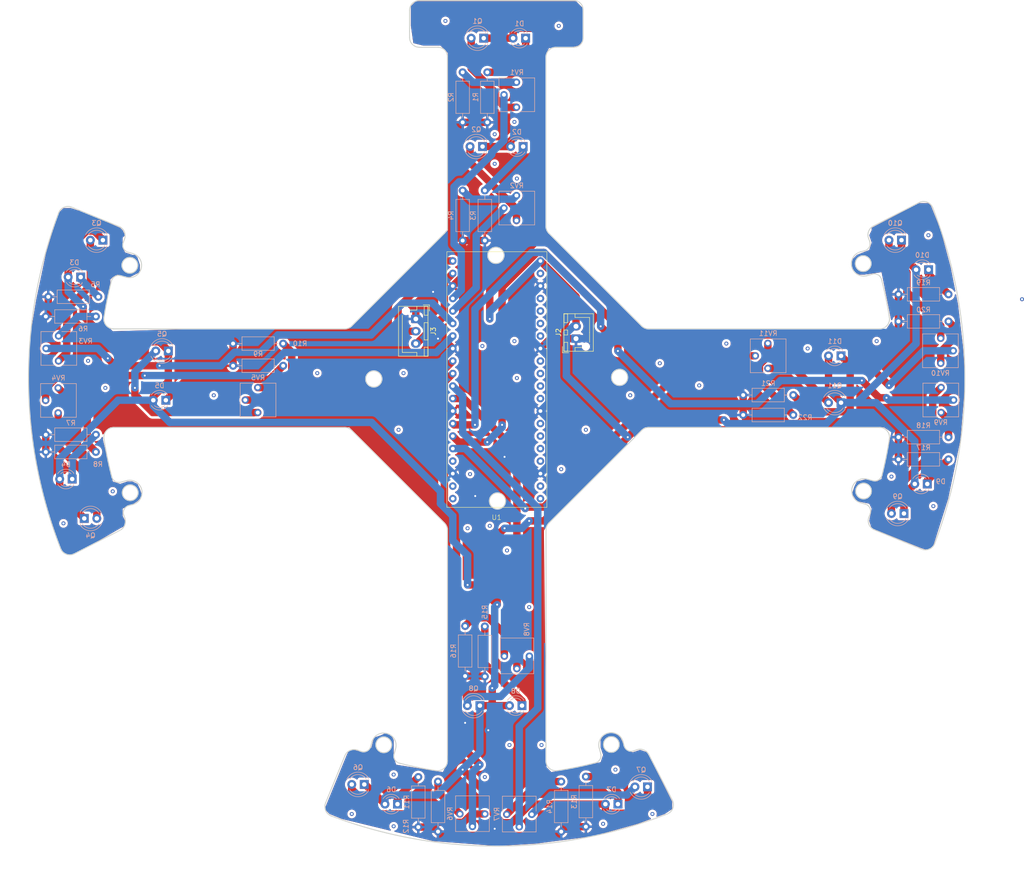
<source format=kicad_pcb>
(kicad_pcb (version 20221018) (generator pcbnew)
  (layers (0 "F.Cu" signal) (31 "B.Cu" signal) (34 "B.Paste" user) (35 "F.Paste" user) (36 "B.SilkS" user "B.Silkscreen") (37 "F.SilkS" user "F.Silkscreen") (38 "B.Mask" user) (39 "F.Mask" user) (44 "Edge.Cuts" user))
  (net 0 "")
  (net 1 "Net-(D1-K)")
  (net 2 "5V")
  (net 3 "Net-(D2-K)")
  (net 4 "Net-(D3-K)")
  (net 5 "Net-(D4-K)")
  (net 6 "Net-(D5-K)")
  (net 7 "Net-(D6-K)")
  (net 8 "Net-(D7-K)")
  (net 9 "Net-(D8-K)")
  (net 10 "Net-(D9-K)")
  (net 11 "Net-(D10-K)")
  (net 12 "Net-(D11-K)")
  (net 13 "GND")
  (net 14 "TX")
  (net 15 "RX")
  (net 16 "Net-(Q1-E)")
  (net 17 "Net-(Q2-E)")
  (net 18 "Net-(Q3-E)")
  (net 19 "Net-(Q4-E)")
  (net 20 "Net-(Q5-E)")
  (net 21 "Net-(Q6-E)")
  (net 22 "Net-(Q7-E)")
  (net 23 "Net-(Q8-E)")
  (net 24 "Net-(Q9-E)")
  (net 25 "Net-(Q10-E)")
  (net 26 "Net-(Q11-E)")
  (net 27 "Net-(R2-Pad1)")
  (net 28 "Net-(R4-Pad1)")
  (net 29 "Net-(R6-Pad1)")
  (net 30 "Net-(R8-Pad1)")
  (net 31 "Net-(R10-Pad1)")
  (net 32 "Net-(R12-Pad1)")
  (net 33 "Net-(R14-Pad1)")
  (net 34 "Net-(R16-Pad1)")
  (net 35 "Net-(R18-Pad1)")
  (net 36 "Net-(R20-Pad1)")
  (net 37 "Net-(R22-Pad1)")
  (net 38 "1")
  (net 39 "2")
  (net 40 "3")
  (net 41 "4")
  (net 42 "5")
  (net 43 "6")
  (net 44 "7")
  (net 45 "8")
  (net 46 "9")
  (net 47 "10")
  (net 48 "11")
  (footprint "Connector_JST:JST_XH_B3B-XH-AM_1x03_P2.50mm_Vertical" (layer "F.Cu") (at 98 83.5 -90)
    (fp_text reference "J3")
    (fp_text value "Conn_01x03_Socket")
  )
  (footprint "raspberry pi pico:RP pico" (layer "F.Cu") (at 114.39 95.85)
    (fp_text reference "U1")
    (fp_text value "~")
  )
  (footprint "Connector_JST:JST_XH_B2B-XH-AM_1x02_P2.50mm_Vertical" (layer "F.Cu") (at 130.5 87.5 90)
    (fp_text reference "J2")
    (fp_text value "Conn_01x02_Socket")
  )
  (footprint "Potentiometer_THT:Potentiometer_Vishay_T73YP_Vertical" (layer "B.Cu") (at 65.925 102.5 180)
    (fp_text reference "RV5")
    (fp_text value "R_Potentiometer_Dual_Separate")
  )
  (footprint "LED_THT:LED_D3.0mm_Clear" (layer "B.Cu") (at 28.275 116 180)
    (fp_text reference "D4")
    (fp_text value "LED")
  )
  (footprint "LED_THT:LED_D3.0mm_Clear" (layer "B.Cu") (at 202.04 73.5 180)
    (fp_text reference "D10")
    (fp_text value "LED")
  )
  (footprint "LED_THT:LED_D3.0mm_Clear" (layer "B.Cu") (at 184.275 91 180)
    (fp_text reference "D11")
    (fp_text value "LED")
  )
  (footprint "Potentiometer_THT:Potentiometer_Vishay_T73YP_Vertical" (layer "B.Cu") (at 118.425 40.525 180)
    (fp_text reference "RV1")
    (fp_text value "R_Potentiometer_Dual_Separate")
  )
  (footprint "LED_THT:LED_D4.0mm" (layer "B.Cu") (at 184.275 100.5 180)
    (fp_text reference "Q11")
    (fp_text value "Q_Photo_NPN")
  )
  (footprint "LED_THT:LED_D4.0mm" (layer "B.Cu") (at 111.775 26.5 180)
    (fp_text reference "Q1")
    (fp_text value "Q_Photo_NPN")
  )
  (footprint "LED_THT:LED_D4.0mm" (layer "B.Cu") (at 30.725 124)
    (fp_text reference "Q4")
    (fp_text value "Q_Photo_NPN")
  )
  (footprint "LED_THT:LED_D3.0mm_Clear" (layer "B.Cu") (at 47.275 100 180)
    (fp_text reference "D5")
    (fp_text value "LED")
  )
  (footprint "Potentiometer_THT:Potentiometer_Vishay_T73YP_Vertical" (layer "B.Cu") (at 25.5 92.025 180)
    (fp_text reference "RV3")
    (fp_text value "R_Potentiometer_Dual_Separate")
  )
  (footprint "LED_THT:LED_D3.0mm_Clear" (layer "B.Cu") (at 120.275 26.5 180)
    (fp_text reference "D1")
    (fp_text value "LED")
  )
  (footprint "LED_THT:LED_D3.0mm_Clear" (layer "B.Cu") (at 119.775 48.5 180)
    (fp_text reference "D2")
    (fp_text value "LED")
  )
  (footprint "Resistor_THT:R_Axial_DIN0207_L6.3mm_D2.5mm_P10.16mm_Horizontal" (layer "B.Cu") (at 98.5 176.5 -90)
    (fp_text reference "R11")
    (fp_text value "R")
  )
  (footprint "Potentiometer_THT:Potentiometer_Vishay_T73YP_Vertical" (layer "B.Cu") (at 112.025 184 -90)
    (fp_text reference "RV6")
    (fp_text value "R_Potentiometer_Dual_Separate")
  )
  (footprint "LED_THT:LED_D3.0mm_Clear" (layer "B.Cu") (at 119.54 162 180)
    (fp_text reference "D8")
    (fp_text value "LED")
  )
  (footprint "Potentiometer_THT:Potentiometer_Vishay_T73YP_Vertical" (layer "B.Cu") (at 169.425 93.525 180)
    (fp_text reference "RV11")
    (fp_text value "R_Potentiometer_Dual_Separate")
  )
  (footprint "Resistor_THT:R_Axial_DIN0207_L6.3mm_D2.5mm_P10.16mm_Horizontal" (layer "B.Cu") (at 33.08 83 180)
    (fp_text reference "R6")
    (fp_text value "R")
  )
  (footprint "Resistor_THT:R_Axial_DIN0207_L6.3mm_D2.5mm_P10.16mm_Horizontal" (layer "B.Cu") (at 71.08 93 180)
    (fp_text reference "R9")
    (fp_text value "R")
  )
  (footprint "Resistor_THT:R_Axial_DIN0207_L6.3mm_D2.5mm_P10.16mm_Horizontal" (layer "B.Cu") (at 112 57.42 -90)
    (fp_text reference "R3")
    (fp_text value "R")
  )
  (footprint "Resistor_THT:R_Axial_DIN0207_L6.3mm_D2.5mm_P10.16mm_Horizontal" (layer "B.Cu") (at 206.08 78.5 180)
    (fp_text reference "R19")
    (fp_text value "R")
  )
  (footprint "LED_THT:LED_D4.0mm" (layer "B.Cu") (at 197.04 123 180)
    (fp_text reference "Q9")
    (fp_text value "Q_Photo_NPN")
  )
  (footprint "Potentiometer_THT:Potentiometer_Vishay_T73YP_Vertical" (layer "B.Cu") (at 121.525 184.075 -90)
    (fp_text reference "RV7")
    (fp_text value "R_Potentiometer_Dual_Separate")
  )
  (footprint "Potentiometer_THT:Potentiometer_Vishay_T73YP_Vertical" (layer "B.Cu") (at 25.425 102.58 180)
    (fp_text reference "RV4")
    (fp_text value "R_Potentiometer_Dual_Separate")
  )
  (footprint "Resistor_THT:R_Axial_DIN0207_L6.3mm_D2.5mm_P10.16mm_Horizontal" (layer "B.Cu") (at 112 145.92 -90)
    (fp_text reference "R15")
    (fp_text value "R")
  )
  (footprint "Resistor_THT:R_Axial_DIN0207_L6.3mm_D2.5mm_P10.16mm_Horizontal" (layer "B.Cu") (at 127.5 177.42 -90)
    (fp_text reference "R14")
    (fp_text value "R")
  )
  (footprint "Resistor_THT:R_Axial_DIN0207_L6.3mm_D2.5mm_P10.16mm_Horizontal" (layer "B.Cu") (at 174.58 103 180)
    (fp_text reference "R22")
    (fp_text value "R")
  )
  (footprint "Resistor_THT:R_Axial_DIN0207_L6.3mm_D2.5mm_P10.16mm_Horizontal" (layer "B.Cu") (at 71.08 88.5 180)
    (fp_text reference "R10")
    (fp_text value "R")
  )
  (footprint "Resistor_THT:R_Axial_DIN0207_L6.3mm_D2.5mm_P10.16mm_Horizontal" (layer "B.Cu") (at 112.5 33.42 -90)
    (fp_text reference "R1")
    (fp_text value "R")
  )
  (footprint "LED_THT:LED_D3.0mm_Clear" (layer "B.Cu") (at 201.775 117 180)
    (fp_text reference "D9")
    (fp_text value "LED")
  )
  (footprint "LED_THT:LED_D4.0mm" (layer "B.Cu") (at 111.54 48.5 180)
    (fp_text reference "Q2")
    (fp_text value "Q_Photo_NPN")
  )
  (footprint "LED_THT:LED_D4.0mm" (layer "B.Cu") (at 196.54 67.5 180)
    (fp_text reference "Q10")
    (fp_text value "Q_Photo_NPN")
  )
  (footprint "LED_THT:LED_D4.0mm" (layer "B.Cu") (at 47.775 90 180)
    (fp_text reference "Q5")
    (fp_text value "Q_Photo_NPN")
  )
  (footprint "Resistor_THT:R_Axial_DIN0207_L6.3mm_D2.5mm_P10.16mm_Horizontal" (layer "B.Cu") (at 102.5 177.42 -90)
    (fp_text reference "R12")
    (fp_text value "R")
  )
  (footprint "Potentiometer_THT:Potentiometer_Vishay_T73YP_Vertical" (layer "B.Cu") (at 204.5 87.42)
    (fp_text reference "RV10")
    (fp_text value "R_Potentiometer_Dual_Separate")
  )
  (footprint "LED_THT:LED_D4.0mm" (layer "B.Cu") (at 145 178.5 180)
    (fp_text reference "Q7")
    (fp_text value "Q_Photo_NPN")
  )
  (footprint "Resistor_THT:R_Axial_DIN0207_L6.3mm_D2.5mm_P10.16mm_Horizontal" (layer "B.Cu") (at 206.08 84 180)
    (fp_text reference "R20")
    (fp_text value "R")
  )
  (footprint "Resistor_THT:R_Axial_DIN0207_L6.3mm_D2.5mm_P10.16mm_Horizontal" (layer "B.Cu") (at 107.5 57.42 -90)
    (fp_text reference "R4")
    (fp_text value "R")
  )
  (footprint "Resistor_THT:R_Axial_DIN0207_L6.3mm_D2.5mm_P10.16mm_Horizontal" (layer "B.Cu") (at 33.08 110.5 180)
    (fp_text reference "R8")
    (fp_text value "R")
  )
  (footprint "Potentiometer_THT:Potentiometer_Vishay_T73YP_Vertical" (layer "B.Cu") (at 121.04 151.96 -90)
    (fp_text reference "RV8")
    (fp_text value "R_Potentiometer_Dual_Separate")
  )
  (footprint "Potentiometer_THT:Potentiometer_Vishay_T73YP_Vertical" (layer "B.Cu") (at 118.425 63.525 180)
    (fp_text reference "RV2")
    (fp_text value "R_Potentiometer_Dual_Separate")
  )
  (footprint "Resistor_THT:R_Axial_DIN0207_L6.3mm_D2.5mm_P10.16mm_Horizontal" (layer "B.Cu") (at 33.58 79 180)
    (fp_text reference "R5")
    (fp_text value "R")
  )
  (footprint "LED_THT:LED_D4.0mm" (layer "B.Cu") (at 34.5 67.5 180)
    (fp_text reference "Q3")
    (fp_text value "Q_Photo_NPN")
  )
  (footprint "Resistor_THT:R_Axial_DIN0207_L6.3mm_D2.5mm_P10.16mm_Horizontal" (layer "B.Cu") (at 206.08 107.5 180)
    (fp_text reference "R18")
    (fp_text value "R")
  )
  (footprint "LED_THT:LED_D3.0mm_Clear" (layer "B.Cu") (at 94.275 182 180)
    (fp_text reference "D6")
    (fp_text value "LED")
  )
  (footprint "Resistor_THT:R_Axial_DIN0207_L6.3mm_D2.5mm_P10.16mm_Horizontal" (layer "B.Cu") (at 107.5 33.42 -90)
    (fp_text reference "R2")
    (fp_text value "R")
  )
  (footprint "Potentiometer_THT:Potentiometer_Vishay_T73YP_Vertical" (layer "B.Cu") (at 204.575 97.42)
    (fp_text reference "RV9")
    (fp_text value "R_Potentiometer_Dual_Separate")
  )
  (footprint "LED_THT:LED_D3.0mm_Clear" (layer "B.Cu") (at 30 75 180)
    (fp_text reference "D3")
    (fp_text value "LED")
  )
  (footprint "Resistor_THT:R_Axial_DIN0207_L6.3mm_D2.5mm_P10.16mm_Horizontal" (layer "B.Cu") (at 108 145.84 -90)
    (fp_text reference "R16")
    (fp_text value "R")
  )
  (footprint "Resistor_THT:R_Axial_DIN0207_L6.3mm_D2.5mm_P10.16mm_Horizontal" (layer "B.Cu") (at 174.58 98.95 180)
    (fp_text reference "R21")
    (fp_text value "R")
  )
  (footprint "Resistor_THT:R_Axial_DIN0207_L6.3mm_D2.5mm_P10.16mm_Horizontal" (layer "B.Cu") (at 132.5 176.42 -90)
    (fp_text reference "R13")
    (fp_text value "R")
  )
  (footprint "LED_THT:LED_D4.0mm" (layer "B.Cu") (at 111 162 180)
    (fp_text reference "Q8")
    (fp_text value "Q_Photo_NPN")
  )
  (footprint "Resistor_THT:R_Axial_DIN0207_L6.3mm_D2.5mm_P10.16mm_Horizontal" (layer "B.Cu") (at 206.08 112 180)
    (fp_text reference "R17")
    (fp_text value "R")
  )
  (footprint "Resistor_THT:R_Axial_DIN0207_L6.3mm_D2.5mm_P10.16mm_Horizontal" (layer "B.Cu") (at 33.08 107 180)
    (fp_text reference "R7")
    (fp_text value "R")
  )
  (footprint "LED_THT:LED_D4.0mm" (layer "B.Cu") (at 87.54 178 180)
    (fp_text reference "Q6")
    (fp_text value "Q_Photo_NPN")
  )
  (footprint "LED_THT:LED_D3.0mm_Clear" (layer "B.Cu") (at 139 182 180)
    (fp_text reference "D7")
    (fp_text value "LED")
  )
  (gr_line (start 142.79138 170.982969) (end 142.23138 171.19126) (stroke (width 0.2)) (layer "Edge.Cuts"))
  (gr_arc (start 88.852361 170.283573) (mid 88.096625 171.225545) (end 86.891571 171.305294) (stroke (width 0.2)) (layer "Edge.Cuts"))
  (gr_line (start 39.76276 121.380498) (end 40.582702 121.164545) (stroke (width 0.2)) (layer "Edge.Cuts"))
  (gr_line (start 83.577008 85.522793) (end 36.704021 85.522793) (stroke (width 0.2)) (layer "Edge.Cuts"))
  (gr_arc (start 135.521503 171.773878) (mid 135.367651 172.918969) (end 134.445463 173.615029) (stroke (width 0.2)) (layer "Edge.Cuts"))
  (gr_arc (start 102.100178 175.200774) (mid 98.371245 174.534851) (end 94.677708 173.694507) (stroke (width 0.2)) (layer "Edge.Cuts"))
  (gr_circle (center 137.665358 169.890523) (end 136.533987 168.759152) (stroke (width 0.2)) (fill none) (layer "Edge.Cuts"))
  (gr_line (start 37.771544 64.735711) (end 28.160642 60.810503) (stroke (width 0.2)) (layer "Edge.Cuts"))
  (gr_arc (start 203.277404 129.090232) (mid 202.205395 130.217009) (end 200.650227 130.235083) (stroke (width 0.2)) (layer "Edge.Cuts"))
  (gr_arc (start 190.0739 67.696848) (mid 189.996309 68.907849) (end 189.04811 69.665089) (stroke (width 0.2)) (layer "Edge.Cuts"))
  (gr_line (start 124.405435 173.224207) (end 124.405435 126.35122) (stroke (width 0.2)) (layer "Edge.Cuts"))
  (gr_arc (start 194.083416 107.828049) (mid 193.417488 111.556981) (end 192.577148 115.250519) (stroke (width 0.2)) (layer "Edge.Cuts"))
  (gr_arc (start 84.991221 84.937007) (mid 84.342379 85.370569) (end 83.577008 85.522793) (stroke (width 0.2)) (layer "Edge.Cuts"))
  (gr_arc (start 135.214815 170.629301) (mid 136.987761 167.565997) (end 140.047185 169.345526) (stroke (width 0.2)) (layer "Edge.Cuts"))
  (gr_circle (center 114.566757 120.455971) (end 113.400031 119.289245) (stroke (width 0.2)) (fill none) (layer "Edge.Cuts"))
  (gr_line (start 131.947069 26.447649) (end 131.947069 20.74765) (stroke (width 0.2)) (layer "Edge.Cuts"))
  (gr_line (start 38.07635 74.713217) (end 39.044273 74.972572) (stroke (width 0.2)) (layer "Edge.Cuts"))
  (gr_arc (start 189.511941 74.713413) (mid 186.44865 72.940494) (end 188.228166 69.881043) (stroke (width 0.2)) (layer "Edge.Cuts"))
  (gr_arc (start 36.233721 75.795068) (mid 36.928682 74.868589) (end 38.07635 74.713217) (stroke (width 0.2)) (layer "Edge.Cuts"))
  (gr_line (start 188.138225 120.800418) (end 189.166214 121.075867) (stroke (width 0.2)) (layer "Edge.Cuts"))
  (gr_line (start 189.86561 67.136847) (end 190.0739 67.696848) (stroke (width 0.2)) (layer "Edge.Cuts"))
  (gr_arc (start 103.819648 124.937007) (mid 104.253193 125.585849) (end 104.405434 126.35122) (stroke (width 0.2)) (layer "Edge.Cuts"))
  (gr_line (start 104.405434 126.35122) (end 104.405435 173.224207) (stroke (width 0.2)) (layer "Edge.Cuts"))
  (gr_arc (start 80.837996 184.394763) (mid 79.711244 183.32274) (end 79.693145 181.767585) (stroke (width 0.2)) (layer "Edge.Cuts"))
  (gr_circle (center 39.966994 72.608646) (end 38.835623 71.477275) (stroke (width 0.2)) (fill none) (layer "Edge.Cuts"))
  (gr_line (start 39.298927 116.332173) (end 38.15435 116.638862) (stroke (width 0.2)) (layer "Edge.Cuts"))
  (gr_arc (start 194.083416 83.217537) (mid 193.625161 84.824622) (end 192.106848 85.522793) (stroke (width 0.2)) (layer "Edge.Cuts"))
  (gr_arc (start 189.86561 67.136847) (mid 189.871373 65.713374) (end 190.822497 64.654285) (stroke (width 0.2)) (layer "Edge.Cuts"))
  (gr_arc (start 98.727765 28.34765) (mid 97.313554 27.761862) (end 96.727765 26.34765) (stroke (width 0.2)) (layer "Edge.Cuts"))
  (gr_circle (center 114.244111 70.589615) (end 113.077385 69.422889) (stroke (width 0.2)) (fill none) (layer "Edge.Cuts"))
  (gr_arc (start 28.705955 131.167446) (mid 27.083701 131.259811) (end 25.928228 130.117358) (stroke (width 0.2)) (layer "Edge.Cuts"))
  (gr_arc (start 104.08941 65.77336) (mid 103.963566 65.948242) (end 103.819648 66.10858) (stroke (width 0.2)) (layer "Edge.Cuts"))
  (gr_arc (start 36.313199 115.562822) (mid 35.425587 111.714858) (end 34.727453 107.828049) (stroke (width 0.2)) (layer "Edge.Cuts"))
  (gr_line (start 124.99122 124.937007) (end 143.819647 106.10858) (stroke (width 0.2)) (layer "Edge.Cuts"))
  (gr_arc (start 189.166214 121.075867) (mid 190.108193 121.831619) (end 190.187934 123.036657) (stroke (width 0.2)) (layer "Edge.Cuts"))
  (gr_arc (start 150.050088 181.222272) (mid 150.142474 182.844548) (end 149 184) (stroke (width 0.2)) (layer "Edge.Cuts"))
  (gr_line (start 93.595859 171.851877) (end 93.855213 170.883954) (stroke (width 0.2)) (layer "Edge.Cuts"))
  (gr_line (start 143.819648 84.937007) (end 124.991221 66.10858) (stroke (width 0.2)) (layer "Edge.Cuts"))
  (gr_line (start 28.705955 131.167446) (end 37.988372 126.391302) (stroke (width 0.2)) (layer "Edge.Cuts"))
  (gr_arc (start 89.127809 169.255583) (mid 92.307121 167.702058) (end 93.855213 170.883954) (stroke (width 0.2)) (layer "Edge.Cuts"))
  (gr_arc (start 34.727454 83.217538) (mid 35.39338 79.488606) (end 36.233721 75.795068) (stroke (width 0.2)) (layer "Edge.Cuts"))
  (gr_line (start 96.727765 20.847649) (end 96.727765 26.34765) (stroke (width 0.2)) (layer "Edge.Cuts"))
  (gr_line (start 150.050088 181.222272) (end 145.273943 171.939856) (stroke (width 0.2)) (layer "Edge.Cuts"))
  (gr_line (start 38.945259 123.908739) (end 38.736969 123.348739) (stroke (width 0.2)) (layer "Edge.Cuts"))
  (gr_circle (center 91.491287 169.961233) (end 90.359916 168.829863) (stroke (width 0.2)) (fill none) (layer "Edge.Cuts"))
  (gr_arc (start 83.577007 105.522793) (mid 84.342375 105.675026) (end 84.991221 106.10858) (stroke (width 0.2)) (layer "Edge.Cuts"))
  (gr_arc (start 102.505435 28.34765) (mid 103.848938 28.904146) (end 104.405434 30.247649) (stroke (width 0.2)) (layer "Edge.Cuts"))
  (gr_arc (start 38.736969 123.348739) (mid 38.81459 122.137765) (end 39.76276 121.380498) (stroke (width 0.2)) (layer "Edge.Cuts"))
  (gr_arc (start 124.991221 66.10858) (mid 124.557641 65.459742) (end 124.405435 64.694366) (stroke (width 0.2)) (layer "Edge.Cuts"))
  (gr_line (start 124.405435 64.694366) (end 124.405435 30.347649) (stroke (width 0.2)) (layer "Edge.Cuts"))
  (gr_line (start 140.263139 170.165468) (end 140.047185 169.345526) (stroke (width 0.2)) (layer "Edge.Cuts"))
  (gr_arc (start 192.577148 115.250519) (mid 191.882207 116.177024) (end 190.734518 116.332369) (stroke (width 0.2)) (layer "Edge.Cuts"))
  (gr_arc (start 37.771544 64.735711) (mid 38.847528 65.785196) (end 38.888695 67.287672) (stroke (width 0.2)) (layer "Edge.Cuts"))
  (gr_line (start 83.618352 172.156683) (end 79.693145 181.767585) (stroke (width 0.2)) (layer "Edge.Cuts"))
  (gr_arc (start 200.104914 59.87814) (mid 201.727218 59.785715) (end 202.882641 60.928228) (stroke (width 0.2)) (layer "Edge.Cuts"))
  (gr_arc (start 142.79138 170.982969) (mid 144.214846 170.988741) (end 145.273943 171.939856) (stroke (width 0.2)) (layer "Edge.Cuts"))
  (gr_arc (start 126.71069 175.200774) (mid 125.103595 174.742528) (end 124.405435 173.224207) (stroke (width 0.2)) (layer "Edge.Cuts"))
  (gr_line (start 190.187934 123.036657) (end 189.922174 123.757914) (stroke (width 0.2)) (layer "Edge.Cuts"))
  (gr_arc (start 25.928228 130.117358) (mid 19.407025 96.07298) (end 25.533465 61.955354) (stroke (width 0.2)) (layer "Edge.Cuts"))
  (gr_arc (start 190.656519 74.406725) (mid 191.801607 74.560585) (end 192.497669 75.482765) (stroke (width 0.2)) (layer "Edge.Cuts"))
  (gr_circle (center 188.773164 72.262869) (end 187.641793 71.131498) (stroke (width 0.2)) (fill none) (layer "Edge.Cuts"))
  (gr_line (start 104.405434 30.247649) (end 104.405435 65.459733) (stroke (width 0.2)) (layer "Edge.Cuts"))
  (gr_line (start 89.127809 169.255583) (end 88.852361 170.283573) (stroke (width 0.2)) (layer "Edge.Cuts"))
  (gr_arc (start 38.945259 123.908739) (mid 38.939496 125.33221) (end 37.988372 126.391302) (stroke (width 0.2)) (layer "Edge.Cuts"))
  (gr_arc (start 192.497669 75.482765) (mid 193.385284 79.330728) (end 194.083416 83.217537) (stroke (width 0.2)) (layer "Edge.Cuts"))
  (gr_arc (start 192.106849 105.522793) (mid 193.625136 106.220987) (end 194.083416 107.828049) (stroke (width 0.2)) (layer "Edge.Cuts"))
  (gr_line (start 40.672645 70.245169) (end 39.644655 69.96972) (stroke (width 0.2)) (layer "Edge.Cuts"))
  (gr_arc (start 142.23138 171.19126) (mid 141.020435 171.113606) (end 140.263139 170.165468) (stroke (width 0.2)) (layer "Edge.Cuts"))
  (gr_line (start 191.039325 126.309875) (end 200.650227 130.235083) (stroke (width 0.2)) (layer "Edge.Cuts"))
  (gr_arc (start 96.727765 20.847649) (mid 97.313551 19.433435) (end 98.727765 18.847649) (stroke (width 0.2)) (layer "Edge.Cuts"))
  (gr_line (start 192.106848 85.522793) (end 145.233862 85.522793) (stroke (width 0.2)) (layer "Edge.Cuts"))
  (gr_arc (start 145.233862 85.522793) (mid 144.468499 85.370538) (end 143.819648 84.937007) (stroke (width 0.2)) (layer "Edge.Cuts"))
  (gr_arc (start 104.405435 173.224207) (mid 103.707245 174.742492) (end 102.100178 175.200774) (stroke (width 0.2)) (layer "Edge.Cuts"))
  (gr_arc (start 38.15435 116.638862) (mid 37.009252 116.485029) (end 36.313199 115.562822) (stroke (width 0.2)) (layer "Edge.Cuts"))
  (gr_arc (start 124.405435 126.35122) (mid 124.557691 125.585864) (end 124.99122 124.937007) (stroke (width 0.2)) (layer "Edge.Cuts"))
  (gr_arc (start 40.672645 70.245169) (mid 42.226206 73.424497) (end 39.044273 74.972572) (stroke (width 0.2)) (layer "Edge.Cuts"))
  (gr_arc (start 124.405435 30.347649) (mid 124.991222 28.933437) (end 126.405435 28.34765) (stroke (width 0.2)) (layer "Edge.Cuts"))
  (gr_line (start 104.405435 65.459733) (end 104.08941 65.77336) (stroke (width 0.2)) (layer "Edge.Cuts"))
  (gr_arc (start 202.882641 60.928228) (mid 209.403842 94.972606) (end 203.277404 129.090232) (stroke (width 0.2)) (layer "Edge.Cuts"))
  (gr_line (start 84.991221 106.10858) (end 103.819648 124.937007) (stroke (width 0.2)) (layer "Edge.Cuts"))
  (gr_arc (start 25.533465 61.955354) (mid 26.605464 60.828515) (end 28.160642 60.810503) (stroke (width 0.2)) (layer "Edge.Cuts"))
  (gr_arc (start 130.047069 18.847649) (mid 131.390572 19.404146) (end 131.947069 20.74765) (stroke (width 0.2)) (layer "Edge.Cuts"))
  (gr_line (start 86.891571 171.305294) (end 86.170313 171.039532) (stroke (width 0.2)) (layer "Edge.Cuts"))
  (gr_line (start 130.047069 18.847649) (end 98.727765 18.847649) (stroke (width 0.2)) (layer "Edge.Cuts"))
  (gr_circle (center 89.472257 95.684117) (end 88.30553 94.51739) (stroke (width 0.2)) (fill none) (layer "Edge.Cuts"))
  (gr_circle (center 40.037705 118.782717) (end 38.906334 117.651346) (stroke (width 0.2)) (fill none) (layer "Edge.Cuts"))
  (gr_line (start 145.233862 105.522793) (end 192.106849 105.522793) (stroke (width 0.2)) (layer "Edge.Cuts"))
  (gr_arc (start 131.947069 26.447649) (mid 131.390571 27.791151) (end 130.047069 28.347649) (stroke (width 0.2)) (layer "Edge.Cuts"))
  (gr_line (start 189.511941 74.713413) (end 190.656519 74.406725) (stroke (width 0.2)) (layer "Edge.Cuts"))
  (gr_arc (start 188.138225 120.800418) (mid 186.584719 117.621152) (end 189.766595 116.073015) (stroke (width 0.2)) (layer "Edge.Cuts"))
  (gr_circle (center 139.338613 95.36147) (end 138.171887 94.194744) (stroke (width 0.2)) (fill none) (layer "Edge.Cuts"))
  (gr_arc (start 34.727453 107.828049) (mid 35.185705 106.220953) (end 36.704021 105.522793) (stroke (width 0.2)) (layer "Edge.Cuts"))
  (gr_arc (start 191.039325 126.309875) (mid 189.963376 125.26038) (end 189.922174 123.757914) (stroke (width 0.2)) (layer "Edge.Cuts"))
  (gr_line (start 38.622935 68.008929) (end 38.888695 67.287672) (stroke (width 0.2)) (layer "Edge.Cuts"))
  (gr_circle (center 188.843875 118.436941) (end 187.712505 117.30557) (stroke (width 0.2)) (fill none) (layer "Edge.Cuts"))
  (gr_line (start 126.405435 28.34765) (end 130.047069 28.347649) (stroke (width 0.2)) (layer "Edge.Cuts"))
  (gr_line (start 36.704021 105.522793) (end 83.577007 105.522793) (stroke (width 0.2)) (layer "Edge.Cuts"))
  (gr_arc (start 134.445463 173.615029) (mid 130.597501 174.502647) (end 126.71069 175.200774) (stroke (width 0.2)) (layer "Edge.Cuts"))
  (gr_arc (start 94.677708 173.694507) (mid 93.751232 172.999559) (end 93.595859 171.851877) (stroke (width 0.2)) (layer "Edge.Cuts"))
  (gr_arc (start 83.618352 172.156683) (mid 84.66785 171.080723) (end 86.170313 171.039532) (stroke (width 0.2)) (layer "Edge.Cuts"))
  (gr_line (start 98.727765 28.34765) (end 102.505435 28.34765) (stroke (width 0.2)) (layer "Edge.Cuts"))
  (gr_arc (start 39.644655 69.96972) (mid 38.702624 69.214001) (end 38.622935 68.008929) (stroke (width 0.2)) (layer "Edge.Cuts"))
  (gr_arc (start 143.819647 106.10858) (mid 144.4685 105.675052) (end 145.233862 105.522793) (stroke (width 0.2)) (layer "Edge.Cuts"))
  (gr_line (start 103.819648 66.10858) (end 84.991221 84.937007) (stroke (width 0.2)) (layer "Edge.Cuts"))
  (gr_line (start 189.04811 69.665089) (end 188.228166 69.881043) (stroke (width 0.2)) (layer "Edge.Cuts"))
  (gr_line (start 190.734518 116.332369) (end 189.766595 116.073015) (stroke (width 0.2)) (layer "Edge.Cuts"))
  (gr_arc (start 39.298927 116.332173) (mid 42.362111 118.105138) (end 40.582702 121.164545) (stroke (width 0.2)) (layer "Edge.Cuts"))
  (gr_line (start 135.214815 170.629301) (end 135.521503 171.773878) (stroke (width 0.2)) (layer "Edge.Cuts"))
  (gr_arc (start 36.704021 85.522793) (mid 35.185686 84.824617) (end 34.727454 83.217538) (stroke (width 0.2)) (layer "Edge.Cuts"))
  (gr_arc (start 149 184) (mid 114.955623 190.521201) (end 80.837996 184.394763) (stroke (width 0.2)) (layer "Edge.Cuts"))
  (gr_line (start 200.104914 59.87814) (end 190.822497 64.654285) (stroke (width 0.2)) (layer "Edge.Cuts"))
  (via (at 93.5 186.5) (size 0.8) (drill 0.4) (layers "F.Cu" "B.Cu") (net 0))
  (via (at 147.5 92.5) (size 0.8) (drill 0.4) (layers "F.Cu" "B.Cu") (net 0))
  (via (at 31.5 92) (size 0.8) (drill 0.4) (layers "F.Cu" "B.Cu") (net 0))
  (via (at 113 125.5) (size 0.8) (drill 0.4) (layers "F.Cu" "B.Cu") (net 0))
  (via (at 191.5 88) (size 0.8) (drill 0.4) (layers "F.Cu" "B.Cu") (net 0))
  (via (at 118 88) (size 0.8) (drill 0.4) (layers "F.Cu" "B.Cu") (net 0))
  (via (at 117 170) (size 0.8) (drill 0.4) (layers "F.Cu" "B.Cu") (net 0))
  (via (at 138.5 175) (size 0.8) (drill 0.4) (layers "F.Cu" "B.Cu") (net 0))
  (via (at 127 24) (size 0.8) (drill 0.4) (layers "F.Cu" "B.Cu") (net 0))
  (via (at 85 184) (size 0.8) (drill 0.4) (layers "F.Cu" "B.Cu") (net 0))
  (via (at 118.5 55) (size 0.8) (drill 0.4) (layers "F.Cu" "B.Cu") (net 0))
  (via (at 114 52) (size 0.8) (drill 0.4) (layers "F.Cu" "B.Cu") (net 0))
  (via (at 161 88.5) (size 0.8) (drill 0.4) (layers "F.Cu" "B.Cu") (net 0))
  (via (at 94.5 106) (size 0.8) (drill 0.4) (layers "F.Cu" "B.Cu") (net 0))
  (via (at 136 186) (size 0.8) (drill 0.4) (layers "F.Cu" "B.Cu") (net 0))
  (via (at 57 99) (size 0.8) (drill 0.4) (layers "F.Cu" "B.Cu") (net 0))
  (via (at 118.5 95.5) (size 0.8) (drill 0.4) (layers "F.Cu" "B.Cu") (net 0))
  (via (at 203 121.5) (size 0.8) (drill 0.4) (layers "F.Cu" "B.Cu") (net 0))
  (via (at 146 184) (size 0.8) (drill 0.4) (layers "F.Cu" "B.Cu") (net 0))
  (via (at 118 43.5) (size 0.8) (drill 0.4) (layers "F.Cu" "B.Cu") (net 0))
  (via (at 93.5 176) (size 0.8) (drill 0.4) (layers "F.Cu" "B.Cu") (net 0))
  (via (at 114 46) (size 0.8) (drill 0.4) (layers "F.Cu" "B.Cu") (net 0))
  (via (at 108.5 126) (size 0.8) (drill 0.4) (layers "F.Cu" "B.Cu") (net 0))
  (via (at 116.5 130.5) (size 0.8) (drill 0.4) (layers "F.Cu" "B.Cu") (net 0))
  (via (at 221 79.5) (size 0.8) (drill 0.4) (layers "F.Cu" "B.Cu") (net 0))
  (via (at 35 97.5) (size 0.8) (drill 0.4) (layers "F.Cu" "B.Cu") (net 0))
  (via (at 141.5 99) (size 0.8) (drill 0.4) (layers "F.Cu" "B.Cu") (net 0))
  (via (at 123.5 170) (size 0.8) (drill 0.4) (layers "F.Cu" "B.Cu") (net 0))
  (via (at 78 94.5) (size 0.8) (drill 0.4) (layers "F.Cu" "B.Cu") (net 0))
  (via (at 112 176.5) (size 0.8) (drill 0.4) (layers "F.Cu" "B.Cu") (net 0))
  (via (at 177.5 89.5) (size 0.8) (drill 0.4) (layers "F.Cu" "B.Cu") (net 0))
  (via (at 194.5 115.5) (size 0.8) (drill 0.4) (layers "F.Cu" "B.Cu") (net 0))
  (via (at 155.5 97) (size 0.8) (drill 0.4) (layers "F.Cu" "B.Cu") (net 0))
  (via (at 36.5 118.5) (size 0.8) (drill 0.4) (layers "F.Cu" "B.Cu") (net 0))
  (via (at 111.5 89) (size 0.8) (drill 0.4) (layers "F.Cu" "B.Cu") (net 0))
  (via (at 104 23) (size 0.8) (drill 0.4) (layers "F.Cu" "B.Cu") (net 0))
  (via (at 26.5 125) (size 0.8) (drill 0.4) (layers "F.Cu" "B.Cu") (net 0))
  (via (at 95.5 94.5) (size 0.8) (drill 0.4) (layers "F.Cu" "B.Cu") (net 0))
  (via (at 127.5 114) (size 0.8) (drill 0.4) (layers "F.Cu" "B.Cu") (net 0))
  (via (at 109 115) (size 0.8) (drill 0.4) (layers "F.Cu" "B.Cu") (net 0))
  (via (at 121 142) (size 0.8) (drill 0.4) (layers "F.Cu" "B.Cu") (net 0))
  (via (at 132.5 106) (size 0.8) (drill 0.4) (layers "F.Cu" "B.Cu") (net 0))
  (via (at 202 66.5) (size 0.8) (drill 0.4) (layers "F.Cu" "B.Cu") (net 0))
  (segment (start 120.275 28.9) (end 115.755 33.42) (width 1.5) (layer "F.Cu") (net 1))
  (segment (start 115.755 33.42) (end 112.5 33.42) (width 1.5) (layer "F.Cu") (net 1))
  (segment (start 120.275 26.5) (end 120.275 28.9) (width 1.5) (layer "F.Cu") (net 1))
  (segment (start 47.775 90) (end 47.775 96.225) (width 1.5) (layer "F.Cu") (net 2))
  (segment (start 30.725 124) (end 25.735 119.01) (width 1.5) (layer "F.Cu") (net 2))
  (segment (start 44.735 99.265) (end 44.735 100) (width 1.5) (layer "F.Cu") (net 2))
  (segment (start 34.5 67.423704) (end 32.726296 65.65) (width 1.5) (layer "F.Cu") (net 2))
  (segment (start 117.735 25.227208) (end 118.462208 24.5) (width 1.5) (layer "F.Cu") (net 2))
  (segment (start 122.5 42.075) (end 117.235 47.34) (width 1.5) (layer "F.Cu") (net 2))
  (segment (start 121.238263 182) (end 117.463263 185.775) (width 1.5) (layer "F.Cu") (net 2))
  (segment (start 196.54 70.54) (end 199.5 73.5) (width 1.5) (layer "F.Cu") (net 2))
  (segment (start 32.726296 65.65) (end 31.193704 65.65) (width 1.5) (layer "F.Cu") (net 2))
  (segment (start 46.001296 88.15) (end 47.775 89.923704) (width 1.5) (layer "F.Cu") (net 2))
  (segment (start 115.5 185.775) (end 113.725 184) (width 1.5) (layer "F.Cu") (net 2))
  (segment (start 30.5 81) (end 30.5 82.894874) (width 1.5) (layer "F.Cu") (net 2))
  (segment (start 181.735 97.883704) (end 184.275 100.423704) (width 1.5) (layer "F.Cu") (net 2))
  (segment (start 130.5 78.94) (end 123.28 71.72) (width 1.5) (layer "F.Cu") (net 2))
  (segment (start 30.5 82.894874) (end 35.755126 88.15) (width 1.5) (layer "F.Cu") (net 2))
  (segment (start 141 107.5) (end 144.5 104) (width 1.5) (layer "F.Cu") (net 2))
  (segment (start 110.5 137.5) (end 114.5 141.5) (width 1.5) (layer "F.Cu") (net 2))
  (segment (start 113.5 158.45) (end 113.5 161.5) (width 1.5) (layer "F.Cu") (net 2))
  (segment (start 145 178.5) (end 145 180.9) (width 1.5) (layer "F.Cu") (net 2))
  (segment (start 87.735 178) (end 91.735 182) (width 1.5) (layer "F.Cu") (net 2))
  (segment (start 113 77.174702) (end 113 83.5) (width 1.5) (layer "F.Cu") (net 2))
  (segment (start 114.5 141.5) (end 114.5 127.5) (width 1.5) (layer "F.Cu") (net 2))
  (segment (start 197.04 119.195) (end 199.235 117) (width 1.5) (layer "F.Cu") (net 2))
  (segment (start 35.755126 88.15) (end 46.001296 88.15) (width 1.5) (layer "F.Cu") (net 2))
  (segment (start 117.463263 185.775) (end 115.5 185.775) (width 1.5) (layer "F.Cu") (net 2))
  (segment (start 31.193704 65.65) (end 27.46 69.383704) (width 1.5) (layer "F.Cu") (net 2))
  (segment (start 87.54 178) (end 87.735 178) (width 1.5) (layer "F.Cu") (net 2))
  (segment (start 113.725 181.225) (end 107.5 175) (width 1.5) (layer "F.Cu") (net 2))
  (segment (start 136.46 183.46) (end 136.46 182) (width 1.5) (layer "F.Cu") (net 2))
  (segment (start 196.54 67.5) (end 196.54 70.54) (width 1.5) (layer "F.Cu") (net 2))
  (segment (start 136.85 183.85) (end 136.46 183.46) (width 1.5) (layer "F.Cu") (net 2))
  (segment (start 27.46 69.383704) (end 27.46 75) (width 1.5) (layer "F.Cu") (net 2))
  (segment (start 47.775 89.923704) (end 47.775 90) (width 1.5) (layer "F.Cu") (net 2))
  (segment (start 108.5 137.5) (end 110.5 137.5) (width 1.5) (layer "F.Cu") (net 2))
  (segment (start 113.725 184) (end 113.725 181.225) (width 1.5) (layer "F.Cu") (net 2))
  (segment (start 181.735 91) (end 181.735 97.883704) (width 1.5) (layer "F.Cu") (net 2))
  (segment (start 114.5 127.5) (end 116 126) (width 1.5) (layer "F.Cu") (net 2))
  (segment (start 124 124.5) (end 141 107.5) (width 1.5) (layer "F.Cu") (net 2))
  (segment (start 25.735 119.01) (end 25.735 116) (width 1.5) (layer "F.Cu") (net 2))
  (segment (start 142.05 183.85) (end 136.85 183.85) (width 1.5) (layer "F.Cu") (net 2))
  (segment (start 122.5 67.674702) (end 113 77.174702) (width 1.5) (layer "F.Cu") (net 2))
  (segment (start 145 180.9) (end 142.05 183.85) (width 1.5) (layer "F.Cu") (net 2))
  (segment (start 34.5 67.5) (end 34.5 67.423704) (width 1.5) (layer "F.Cu") (net 2))
  (segment (start 184.275 100.423704) (end 184.275 100.5) (width 1.5) (layer "F.Cu") (net 2))
  (segment (start 130.5 85) (end 130.5 78.94) (width 1.5) (layer "F.Cu") (net 2))
  (segment (start 144.5 104) (end 160.5 104) (width 1.5) (layer "F.Cu") (net 2))
  (segment (start 197.04 123) (end 197.04 119.195) (width 1.5) (layer "F.Cu") (net 2))
  (segment (start 118.462208 24.5) (end 121.975 24.5) (width 1.5) (layer "F.Cu") (net 2))
  (segment (start 117.235 47.34) (end 117.235 48.5) (width 1.5) (layer "F.Cu") (net 2))
  (segment (start 122.5 25.025) (end 122.5 42.075) (width 1.5) (layer "F.Cu") (net 2))
  (segment (start 111.54 48.5) (end 117.235 48.5) (width 1.5) (layer "F.Cu") (net 2))
  (segment (start 113 162) (end 117 162) (width 1.5) (layer "F.Cu") (net 2))
  (segment (start 121 124.5) (end 124 124.5) (width 1.5) (layer "F.Cu") (net 2))
  (segment (start 121.975 24.5) (end 122.5 25.025) (width 1.5) (layer "F.Cu") (net 2))
  (segment (start 111 162) (end 113 162) (width 1.5) (layer "F.Cu") (net 2))
  (segment (start 47.775 96.225) (end 44.735 99.265) (width 1.5) (layer "F.Cu") (net 2))
  (segment (start 111.775 26.5) (end 117.735 26.5) (width 1.5) (layer "F.Cu") (net 2))
  (segment (start 122.5 42.075) (end 122.5 67.674702) (width 1.5) (layer "F.Cu") (net 2))
  (segment (start 113.5 161.5) (end 113 162) (width 1.5) (layer "F.Cu") (net 2))
  (segment (start 136.46 182) (end 121.238263 182) (width 1.5) (layer "F.Cu") (net 2))
  (segment (start 117.735 26.5) (end 117.735 25.227208) (width 1.5) (layer "F.Cu") (net 2))
  (via (at 141 107.5) (size 0.8) (drill 0.4) (layers "F.Cu" "B.Cu") (net 2))
  (via (at 108.5 137.5) (size 0.8) (drill 0.4) (layers "F.Cu" "B.Cu") (net 2))
  (via (at 30.5 81) (size 0.8) (drill 0.4) (layers "F.Cu" "B.Cu") (net 2))
  (via (at 114.5 141.5) (size 0.8) (drill 0.4) (layers "F.Cu" "B.Cu") (net 2))
  (via (at 121 124.5) (size 0.8) (drill 0.4) (layers "F.Cu" "B.Cu") (net 2))
  (via (at 113 83.5) (size 0.8) (drill 0.4) (layers "F.Cu" "B.Cu") (net 2))
  (via (at 107.5 175) (size 0.8) (drill 0.4) (layers "F.Cu" "B.Cu") (net 2))
  (via (at 116 126) (size 0.8) (drill 0.4) (layers "F.Cu" "B.Cu") (net 2))
  (via (at 160.5 104) (size 0.8) (drill 0.4) (layers "F.Cu" "B.Cu") (net 2))
  (via (at 113.5 158.45) (size 0.8) (drill 0.4) (layers "F.Cu" "B.Cu") (net 2))
  (segment (start 119.5 126) (end 121 124.5) (width 1.5) (layer "B.Cu") (net 2))
  (segment (start 191.394874 100.5) (end 199.235 108.340126) (width 1.5) (layer "B.Cu") (net 2))
  (segment (start 27.46 75) (end 27.46 77.96) (width 1.5) (layer "B.Cu") (net 2))
  (segment (start 184.275 100.5) (end 191.394874 100.5) (width 1.5) (layer "B.Cu") (net 2))
  (segment (start 25.735 111.870126) (end 37.605126 100) (width 1.5) (layer "B.Cu") (net 2))
  (segment (start 130.5 85) (end 129.946016 85) (width 1.5) (layer "B.Cu") (net 2))
  (segment (start 129.946016 85) (end 128.55 86.396016) (width 1.5) (layer "B.Cu") (net 2))
  (segment (start 44.735 101.16) (end 48.075 104.5) (width 1.5) (layer "B.Cu") (net 2))
  (segment (start 111 171.394874) (end 102.244874 180.15) (width 1.5) (layer "B.Cu") (net 2))
  (segment (start 91.735 180.727208) (end 91.735 182) (width 1.5) (layer "B.Cu") (net 2))
  (segment (start 114.5 141.5) (end 114 142) (width 1.5) (layer "B.Cu") (net 2))
  (segment (start 161.25 104.75) (end 181.25 104.75) (width 1.5) (layer "B.Cu") (net 2))
  (segment (start 114 157.95) (end 113.5 158.45) (width 1.5) (layer "B.Cu") (net 2))
  (segment (start 113 82) (end 123.28 71.72) (width 1.5) (layer "B.Cu") (net 2))
  (segment (start 111 162) (end 111 171.394874) (width 1.5) (layer "B.Cu") (net 2))
  (segment (start 113 83.5) (end 113 82) (width 1.5) (layer "B.Cu") (net 2))
  (segment (start 108.5 131.5) (end 108.5 137.5) (width 1.5) (layer "B.Cu") (net 2))
  (segment (start 199.5 73.5) (end 199.5 88.5) (width 1.5) (layer "B.Cu") (net 2))
  (segment (start 103 118.5) (end 103 121) (width 1.5) (layer "B.Cu") (net 2))
  (segment (start 89 104.5) (end 103 118.5) (width 1.5) (layer "B.Cu") (net 2))
  (segment (start 199.5 88.5) (end 187.5 100.5) (width 1.5) (layer "B.Cu") (net 2))
  (segment (start 128.55 86.396016) (end 128.55 95.05) (width 1.5) (layer "B.Cu") (net 2))
  (segment (start 25.735 116) (end 25.735 111.870126) (width 1.5) (layer "B.Cu") (net 2))
  (segment (start 37.605126 100) (end 44.735 100) (width 1.5) (layer "B.Cu") (net 2))
  (segment (start 103 121) (end 105.5 123.5) (width 1.5) (layer "B.Cu") (net 2))
  (segment (start 48.075 104.5) (end 89 104.5) (width 1.5) (layer "B.Cu") (net 2))
  (segment (start 199.235 108.340126) (end 199.235 117) (width 1.5) (layer "B.Cu") (net 2))
  (segment (start 128.55 95.05) (end 141 107.5) (width 1.5) (layer "B.Cu") (net 2))
  (segment (start 102.244874 180.15) (end 92.312208 180.15) (width 1.5) (layer "B.Cu") (net 2))
  (segment (start 105.5 123.5) (end 105.5 128.5) (width 1.5) (layer "B.Cu") (net 2))
  (segment (start 105.5 128.5) (end 108.5 131.5) (width 1.5) (layer "B.Cu") (net 2))
  (segment (start 187.5 100.5) (end 184.275 100.5) (width 1.5) (layer "B.Cu") (net 2))
  (segment (start 114 142) (end 114 157.95) (width 1.5) (layer "B.Cu") (net 2))
  (segment (start 181.25 104.75) (end 184.275 101.725) (width 1.5) (layer "B.Cu") (net 2))
  (segment (start 184.275 101.725) (end 184.275 100.5) (width 1.5) (layer "B.Cu") (net 2))
  (segment (start 160.5 104) (end 161.25 104.75) (width 1.5) (layer "B.Cu") (net 2))
  (segment (start 27.46 77.96) (end 30.5 81) (width 1.5) (layer "B.Cu") (net 2))
  (segment (start 116 126) (end 119.5 126) (width 1.5) (layer "B.Cu") (net 2))
  (segment (start 92.312208 180.15) (end 91.735 180.727208) (width 1.5) (layer "B.Cu") (net 2))
  (segment (start 44.735 100) (end 44.735 101.16) (width 1.5) (layer "B.Cu") (net 2))
  (segment (start 119.775 48.5) (end 119.775 49.645) (width 1.5) (layer "B.Cu") (net 3))
  (segment (start 119.775 49.645) (end 112 57.42) (width 1.5) (layer "B.Cu") (net 3))
  (segment (start 30 75) (end 30 75.42) (width 1.5) (layer "B.Cu") (net 4))
  (segment (start 30 75.42) (end 33.58 79) (width 1.5) (layer "B.Cu") (net 4))
  (segment (start 33.08 107) (end 28.275 111.805) (width 1.5) (layer "B.Cu") (net 5))
  (segment (start 28.275 111.805) (end 28.275 116) (width 1.5) (layer "B.Cu") (net 5))
  (segment (start 51.525 95.75) (end 68.33 95.75) (width 1.5) (layer "F.Cu") (net 6))
  (segment (start 47.275 100) (end 51.525 95.75) (width 1.5) (layer "F.Cu") (net 6))
  (segment (start 68.33 95.75) (end 71.08 93) (width 1.5) (layer "F.Cu") (net 6))
  (segment (start 94.275 180.725) (end 98.5 176.5) (width 1.5) (layer "F.Cu") (net 7))
  (segment (start 94.275 182) (end 94.275 180.725) (width 1.5) (layer "F.Cu") (net 7))
  (segment (start 135.82 176.42) (end 132.5 176.42) (width 1.5) (layer "F.Cu") (net 8))
  (segment (start 139 182) (end 139 179.6) (width 1.5) (layer "F.Cu") (net 8))
  (segment (start 139 179.6) (end 135.82 176.42) (width 1.5) (layer "F.Cu") (net 8))
  (segment (start 112 145.92) (end 112 153.5) (width 1.5) (layer "F.Cu") (net 9))
  (segment (start 119.54 161.04) (end 119.54 162) (width 1.5) (layer "F.Cu") (net 9))
  (segment (start 112 153.5) (end 119.54 161.04) (width 1.5) (layer "F.Cu") (net 9))
  (segment (start 201.775 116.305) (end 206.08 112) (width 1.5) (layer "F.Cu") (net 10))
  (segment (start 201.775 117) (end 201.775 116.305) (width 1.5) (layer "F.Cu") (net 10))
  (segment (start 202.04 74.46) (end 206.08 78.5) (width 1.5) (layer "F.Cu") (net 11))
  (segment (start 202.04 73.5) (end 202.04 74.46) (width 1.5) (layer "F.Cu") (net 11))
  (segment (start 185.65 102.35) (end 186.125 101.875) (width 1.5) (layer "F.Cu") (net 12))
  (segment (start 186.125 101.875) (end 186.125 92.85) (width 1.5) (layer "F.Cu") (net 12))
  (segment (start 174.58 98.95) (end 177.98 102.35) (width 1.5) (layer "F.Cu") (net 12))
  (segment (start 177.98 102.35) (end 185.65 102.35) (width 1.5) (layer "F.Cu") (net 12))
  (segment (start 186.125 92.85) (end 184.275 91) (width 1.5) (layer "F.Cu") (net 12))
  (segment (start 164.42 98.95) (end 164.42 103) (width 1.5) (layer "F.Cu") (net 13))
  (segment (start 114.5 188.379999) (end 114.5 187.5) (width 1.5) (layer "F.Cu") (net 13))
  (segment (start 60.92 88.5) (end 60.92 93) (width 1.5) (layer "F.Cu") (net 13))
  (segment (start 128.5 186.58) (end 127.5 187.58) (width 1.5) (layer "F.Cu") (net 13))
  (segment (start 62.67 86.75) (end 86.483095 86.75) (width 1.5) (layer "F.Cu") (net 13))
  (segment (start 105.75 65.83) (end 107.5 67.58) (width 1.5) (layer "F.Cu") (net 13))
  (segment (start 130.5 87.5) (end 125.28 87.5) (width 1.5) (layer "F.Cu") (net 13))
  (segment (start 126.700001 188.379999) (end 127.5 187.58) (width 1.5) (layer "F.Cu") (net 13))
  (segment (start 107.5 74.8) (end 105.5 76.8) (width 1.5) (layer "F.Cu") (net 13))
  (segment (start 195.92 104.5) (end 195.67 104.75) (width 1.5) (layer "F.Cu") (net 13))
  (segment (start 23.42 79) (end 23.42 82.5) (width 1.5) (layer "F.Cu") (net 13))
  (segment (start 22.92 110.5) (end 22.92 107) (width 1.5) (layer "F.Cu") (net 13))
  (segment (start 195.92 107.5) (end 195.92 112) (width 1.5) (layer "F.Cu") (net 13))
  (segment (start 112 67.58) (end 107.5 67.58) (width 1.5) (layer "F.Cu") (net 13))
  (segment (start 90.233095 90.5) (end 104.5 90.5) (width 1.5) (layer "F.Cu") (net 13))
  (segment (start 125.28 87.5) (end 123.28 89.5) (width 1.5) (layer "F.Cu") (net 13))
  (segment (start 112.5 43.58) (end 107.5 43.58) (width 1.5) (layer "F.Cu") (net 13))
  (segment (start 114.5 188.379999) (end 126.700001 188.379999) (width 1.5) (layer "F.Cu") (net 13))
  (segment (start 114.5 187.5) (end 114 187) (width 1.5) (layer "F.Cu") (net 13))
  (segment (start 98 83.5) (end 98 81.5) (width 1.5) (layer "F.Cu") (net 13))
  (segment (start 108 156) (end 111.92 156) (width 1.5) (layer "F.Cu") (net 13))
  (segment (start 103.5 87.5) (end 105.5 89.5) (width 1.5) (layer "F.Cu") (net 13))
  (segment (start 116 111.5) (end 111 116.5) (width 1.5) (layer "F.Cu") (net 13))
  (segment (start 110.05 117.95) (end 110.05 119.45) (width 1.5) (layer "F.Cu") (net 13))
  (segment (start 111.92 156) (end 112 156.08) (width 1.5) (layer "F.Cu") (net 13))
  (segment (start 111 116.5) (end 111 117) (width 1.5) (layer "F.Cu") (net 13))
  (segment (start 60.92 88.5) (end 62.67 86.75) (width 1.5) (layer "F.Cu") (net 13))
  (segment (start 86.483095 86.75) (end 90.233095 90.5) (width 1.5) (layer "F.Cu") (net 13))
  (segment (start 195.92 78.5) (end 195.92 84) (width 1.5) (layer "F.Cu") (net 13))
  (segment (start 98 81.5) (end 101.5 78) (width 1.5) (layer "F.Cu") (net 13))
  (segment (start 105.75 45.33) (end 105.75 65.83) (width 1.5) (layer "F.Cu") (net 13))
  (segment (start 109.5 167) (end 108 165.5) (width 1.5) (layer "F.Cu") (net 13))
  (segment (start 195.92 104.5) (end 195.92 107.5) (width 1.5) (layer "F.Cu") (net 13))
  (segment (start 98.5 186.66) (end 101.58 186.66) (width 1.5) (layer "F.Cu") (net 13))
  (segment (start 102.5 187.58) (end 103.299999 188.379999) (width 1.5) (layer "F.Cu") (net 13))
  (segment (start 195.67 104.75) (end 166.17 104.75) (width 1.5) (layer "F.Cu") (net 13))
  (segment (start 23.42 82.5) (end 22.92 83) (width 1.5) (layer "F.Cu") (net 13))
  (segment (start 107.5 43.58) (end 105.75 45.33) (width 1.5) (layer "F.Cu") (net 13))
  (segment (start 111 117) (end 110.05 117.95) (width 1.5) (layer "F.Cu") (net 13))
  (segment (start 107.5 67.58) (end 107.5 74.8) (width 1.5) (layer "F.Cu") (net 13))
  (segment (start 195.92 84) (end 195.92 104.5) (width 1.5) (layer "F.Cu") (net 13))
  (segment (start 102.5 87.5) (end 103.5 87.5) (width 1.5) (layer "F.Cu") (net 13))
  (segment (start 103.299999 188.379999) (end 114.5 188.379999) (width 1.5) (layer "F.Cu") (net 13))
  (segment (start 104.5 90.5) (end 105.5 89.5) (width 1.5) (layer "F.Cu") (net 13))
  (segment (start 101.58 186.66) (end 102.5 187.58) (width 1.5) (layer "F.Cu") (net 13))
  (segment (start 112.7 167) (end 109.5 167) (width 1.5) (layer "F.Cu") (net 13))
  (segment (start 132.5 186.58) (end 128.5 186.58) (width 1.5) (layer "F.Cu") (net 13))
  (segment (start 166.17 104.75) (end 164.42 103) (width 1.5) (layer "F.Cu") (net 13))
  (via (at 102.5 87.5) (size 0.8) (drill 0.4) (layers "F.Cu" "B.Cu") (net 13))
  (via (at 108 165.5) (size 0.8) (drill 0.4) (layers "F.Cu" "B.Cu") (net 13))
  (via (at 101.5 78) (size 0.8) (drill 0.4) (layers "F.Cu" "B.Cu") (net 13))
  (via (at 112.7 167) (size 0.8) (drill 0.4) (layers "F.Cu" "B.Cu") (net 13))
  (via (at 114 187) (size 0.8) (drill 0.4) (layers "F.Cu" "B.Cu") (net 13))
  (via (at 116 111.5) (size 0.8) (drill 0.4) (layers "F.Cu" "B.Cu") (net 13))
  (via (at 110.05 119.45) (size 0.8) (drill 0.4) (layers "F.Cu" "B.Cu") (net 13))
  (segment (start 124.992 113.188) (end 123.28 114.9) (width 1.5) (layer "B.Cu") (net 13))
  (segment (start 20.743605 104.823605) (end 22.92 107) (width 1.5) (layer "B.Cu") (net 13))
  (segment (start 103.788 103.912) (end 103.788 113.188) (width 1.5) (layer "B.Cu") (net 13))
  (segment (start 106.61 157.39) (end 108 156) (width 1.5) (layer "B.Cu") (net 13))
  (segment (start 110.5 140) (end 110.5 119.9) (width 1.5) (layer "B.Cu") (net 13))
  (segment (start 121.568 78.512) (end 121.568 87.788) (width 1.5) (layer "B.Cu") (net 13))
  (segment (start 103.788 91.212) (end 103.788 100.488) (width 1.5) (layer "B.Cu") (net 13))
  (segment (start 123.28 89.5) (end 124.992 91.212) (width 1.5) (layer "B.Cu") (net 13))
  (segment (start 36.545586 94.5) (end 43.345585 87.700001) (width 1.5) (layer "B.Cu") (net 13))
  (segment (start 22.92 83) (end 20.743605 85.176395) (width 1.5) (layer "B.Cu") (net 13))
  (segment (start 105.5 89.5) (end 103.788 91.212) (width 1.5) (layer "B.Cu") (net 13))
  (segment (start 101.5 78) (end 104.3 78) (width 1.5) (layer "B.Cu") (net 13))
  (segment (start 123.28 76.8) (end 121.568 78.512) (width 1.5) (layer "B.Cu") (net 13))
  (segment (start 20.743605 94.5) (end 36.545586 94.5) (width 1.5) (layer "B.Cu") (net 13))
  (segment (start 110.05 119.45) (end 105.5 114.9) (width 1.5) (layer "B.Cu") (net 13))
  (segment (start 104.3 78) (end 105.5 76.8) (width 1.5) (layer "B.Cu") (net 13))
  (segment (start 124.992 91.212) (end 124.992 100.488) (width 1.5) (layer "B.Cu") (net 13))
  (segment (start 114 168.3) (end 112.7 167) (width 1.5) (layer "B.Cu") (net 13))
  (segment (start 98.5 83.5) (end 102.5 87.5) (width 1.5) (layer "B.Cu") (net 13))
  (segment (start 123.28 114.9) (end 119.4 114.9) (width 1.5) (layer "B.Cu") (net 13))
  (segment (start 106.25 144.25) (end 110.5 140) (width 1.5) (layer "B.Cu") (net 13))
  (segment (start 124.992 103.912) (end 124.992 113.188) (width 1.5) (layer "B.Cu") (net 13))
  (segment (start 98 83.5) (end 98.5 83.5) (width 1.5) (layer "B.Cu") (net 13))
  (segment (start 108 165.5) (end 106.61 164.11) (width 1.5) (layer "B.Cu") (net 13))
  (segment (start 110.5 119.9) (end 110.05 119.45) (width 1.5) (layer "B.Cu") (net 13))
  (segment (start 123.28 102.2) (end 124.992 103.912) (width 1.5) (layer "B.Cu") (net 13))
  (segment (start 121.568 87.788) (end 123.28 89.5) (width 1.5) (layer "B.Cu") (net 13))
  (segment (start 152.97 87.5) (end 130.5 87.5) (width 1.5) (layer "B.Cu") (net 13))
  (segment (start 20.743605 85.176395) (end 20.743605 94.5) (width 1.5) (layer "B.Cu") (net 13))
  (segment (start 106.61 164.11) (end 106.61 157.39) (width 1.5) (layer "B.Cu") (net 13))
  (segment (start 108 156) (end 106.25 154.25) (width 1.5) (layer "B.Cu") (net 13))
  (segment (start 103.788 113.188) (end 105.5 114.9) (width 1.5) (layer "B.Cu") (net 13))
  (segment (start 124.992 100.488) (end 123.28 102.2) (width 1.5) (layer "B.Cu") (net 13))
  (segment (start 164.42 98.95) (end 152.97 87.5) (width 1.5) (layer "B.Cu") (net 13))
  (segment (start 60.120001 87.700001) (end 60.92 88.5) (width 1.5) (layer "B.Cu") (net 13))
  (segment (start 106.25 154.25) (end 106.25 144.25) (width 1.5) (layer "B.Cu") (net 13))
  (segment (start 119.4 114.9) (end 116 111.5) (width 1.5) (layer "B.Cu") (net 13))
  (segment (start 20.743605 94.5) (end 20.743605 104.823605) (width 1.5) (layer "B.Cu") (net 13))
  (segment (start 103.788 100.488) (end 105.5 102.2) (width 1.5) (layer "B.Cu") (net 13))
  (segment (start 114 187) (end 114 168.3) (width 1.5) (layer "B.Cu") (net 13))
  (segment (start 105.5 102.2) (end 103.788 103.912) (width 1.5) (layer "B.Cu") (net 13))
  (segment (start 43.345585 87.700001) (end 60.120001 87.700001) (width 1.5) (layer "B.Cu") (net 13))
  (segment (start 103.917258 71.72) (end 105.5 71.72) (width 1.5) (layer "F.Cu") (net 14))
  (segment (start 94.4 84.625) (end 94.4 81.237258) (width 1.5) (layer "F.Cu") (net 14))
  (segment (start 98 86) (end 95.775 86) (width 1.5) (layer "F.Cu") (net 14))
  (segment (start 94.4 81.237258) (end 103.917258 71.72) (width 1.5) (layer "F.Cu") (net 14))
  (segment (start 95.775 86) (end 94.4 84.625) (width 1.5) (layer "F.Cu") (net 14))
  (segment (start 98.170584 88.5) (end 103.788 82.882584) (width 1.5) (layer "F.Cu") (net 15))
  (segment (start 103.788 82.882584) (end 103.788 75.972) (width 1.5) (layer "F.Cu") (net 15))
  (segment (start 98 88.5) (end 98.170584 88.5) (width 1.5) (layer "F.Cu") (net 15))
  (segment (start 103.788 75.972) (end 105.5 74.26) (width 1.5) (layer "F.Cu") (net 15))
  (segment (start 114.215 37.609874) (end 114.215 38.676737) (width 1.5) (layer "F.Cu") (net 16))
  (segment (start 114.215 38.676737) (end 116.063263 40.525) (width 1.5) (layer "F.Cu") (net 16))
  (segment (start 109.235 26.5) (end 109.235 32.629874) (width 1.5) (layer "F.Cu") (net 16))
  (segment (start 116.063263 40.525) (end 118.425 40.525) (width 1.5) (layer "F.Cu") (net 16))
  (segment (start 109.235 32.629874) (end 114.215 37.609874) (width 1.5) (layer "F.Cu") (net 16))
  (segment (start 109 51.738263) (end 118.425 61.163263) (width 1.5) (layer "F.Cu") (net 17))
  (segment (start 118.425 61.163263) (end 118.425 63.525) (width 1.5) (layer "F.Cu") (net 17))
  (segment (start 109 48.5) (end 109 51.738263) (width 1.5) (layer "F.Cu") (net 17))
  (segment (start 27.17 81.53) (end 27.17 90.355) (width 1.5) (layer "F.Cu") (net 18))
  (segment (start 31.96 76.74) (end 27.17 81.53) (width 1.5) (layer "F.Cu") (net 18))
  (segment (start 31.96 67.5) (end 31.96 76.74) (width 1.5) (layer "F.Cu") (net 18))
  (segment (start 27.17 90.355) (end 25.5 92.025) (width 1.5) (layer "F.Cu") (net 18))
  (segment (start 25.425 102.58) (end 25.425 109.45) (width 1.5) (layer "F.Cu") (net 19))
  (segment (start 33.265 117.29) (end 33.265 124) (width 1.5) (layer "F.Cu") (net 19))
  (segment (start 25.425 109.45) (end 33.265 117.29) (width 1.5) (layer "F.Cu") (net 19))
  (segment (start 65.925 102.5) (end 44.618704 102.5) (width 1.5) (layer "F.Cu") (net 20))
  (segment (start 44.618704 102.5) (end 41 98.881296) (width 1.5) (layer "F.Cu") (net 20))
  (segment (start 41 98.881296) (end 41 97.5) (width 1.5) (layer "F.Cu") (net 20))
  (via (at 41 97.5) (size 0.8) (drill 0.4) (layers "F.Cu" "B.Cu") (net 20))
  (segment (start 41 97.5) (end 41 94.235) (width 1.5) (layer "B.Cu") (net 20))
  (segment (start 41 94.235) (end 45.235 90) (width 1.5) (layer "B.Cu") (net 20))
  (segment (start 101.324164 184) (end 90 184) (width 1.5) (layer "F.Cu") (net 21))
  (segment (start 85 179) (end 85 178) (width 1.5) (layer "F.Cu") (net 21))
  (segment (start 103.024164 185.7) (end 101.324164 184) (width 1.5) (layer "F.Cu") (net 21))
  (segment (start 107.649164 185.7) (end 103.024164 185.7) (width 1.5) (layer "F.Cu") (net 21))
  (segment (start 109.349164 184) (end 107.649164 185.7) (width 1.5) (layer "F.Cu") (net 21))
  (segment (start 112.025 184) (end 109.349164 184) (width 1.5) (layer "F.Cu") (net 21))
  (segment (start 90 184) (end 85 179) (width 1.5) (layer "F.Cu") (net 21))
  (segment (start 140.81 180.15) (end 142.46 178.5) (width 1.5) (layer "B.Cu") (net 22))
  (segment (start 125.45 180.15) (end 140.81 180.15) (width 1.5) (layer "B.Cu") (net 22))
  (segment (start 121.525 184.075) (end 125.45 180.15) (width 1.5) (layer "B.Cu") (net 22))
  (segment (start 108.46 160.727208) (end 108.46 162) (width 1.5) (layer "B.Cu") (net 23))
  (segment (start 109.037208 160.15) (end 108.46 160.727208) (width 1.5) (layer "B.Cu") (net 23))
  (segment (start 121.04 151.96) (end 121.04 154.321737) (width 1.5) (layer "B.Cu") (net 23))
  (segment (start 115.211737 160.15) (end 109.037208 160.15) (width 1.5) (layer "B.Cu") (net 23))
  (segment (start 121.04 154.321737) (end 115.211737 160.15) (width 1.5) (layer "B.Cu") (net 23))
  (segment (start 202.875 110.625) (end 194.5 119) (width 1.5) (layer "F.Cu") (net 24))
  (segment (start 204.575 97.42) (end 202.875 99.12) (width 1.5) (layer "F.Cu") (net 24))
  (segment (start 194.5 119) (end 194.5 123) (width 1.5) (layer "F.Cu") (net 24))
  (segment (start 202.875 99.12) (end 202.875 110.625) (width 1.5) (layer "F.Cu") (net 24))
  (segment (start 197.65 74.054164) (end 194 70.404163) (width 1.5) (layer "F.Cu") (net 25))
  (segment (start 204.5 84.894874) (end 197.65 78.044874) (width 1.5) (layer "F.Cu") (net 25))
  (segment (start 197.65 78.044874) (end 197.65 74.054164) (width 1.5) (layer "F.Cu") (net 25))
  (segment (start 204.5 87.42) (end 204.5 84.894874) (width 1.5) (layer "F.Cu") (net 25))
  (segment (start 194 70.404163) (end 194 67.5) (width 1.5) (layer "F.Cu") (net 25))
  (segment (start 174.76 93.525) (end 181.735 100.5) (width 1.5) (layer "F.Cu") (net 26))
  (segment (start 169.425 93.525) (end 174.76 93.525) (width 1.5) (layer "F.Cu") (net 26))
  (segment (start 118.425 35.445) (end 109.525 35.445) (width 1.5) (layer "B.Cu") (net 27))
  (segment (start 109.525 35.445) (end 107.5 33.42) (width 1.5) (layer "B.Cu") (net 27))
  (segment (start 118.425 58.445) (end 117.7 59.17) (width 1.5) (layer "B.Cu") (net 28))
  (segment (start 117.7 59.17) (end 109.25 59.17) (width 1.5) (layer "B.Cu") (net 28))
  (segment (start 109.25 59.17) (end 107.5 57.42) (width 1.5) (layer "B.Cu") (net 28))
  (segment (start 33.08 83) (end 29.445 83) (width 1.5) (layer "B.Cu") (net 29))
  (segment (start 29.445 83) (end 25.5 86.945) (width 1.5) (layer "B.Cu") (net 29))
  (segment (start 31.33 108.75) (end 31.33 103.405) (width 1.5) (layer "F.Cu") (net 30))
  (segment (start 33.08 110.5) (end 31.33 108.75) (width 1.5) (layer "F.Cu") (net 30))
  (segment (start 31.33 103.405) (end 25.425 97.5) (width 1.5) (layer "F.Cu") (net 30))
  (segment (start 72.83 90.25) (end 72.83 96.17) (width 1.5) (layer "F.Cu") (net 31))
  (segment (start 71.08 88.5) (end 72.83 90.25) (width 1.5) (layer "F.Cu") (net 31))
  (segment (start 72.83 96.17) (end 71.55 97.45) (width 1.5) (layer "F.Cu") (net 31))
  (segment (start 71.55 97.45) (end 65.925 97.45) (width 1.5) (layer "F.Cu") (net 31))
  (segment (start 102.5 179.555) (end 106.945 184) (width 1.5) (layer "F.Cu") (net 32))
  (segment (start 102.5 177.42) (end 102.5 179.555) (width 1.5) (layer "F.Cu") (net 32))
  (segment (start 127.5 177.42) (end 123.1 177.42) (width 1.5) (layer "F.Cu") (net 33))
  (segment (start 123.1 177.42) (end 116.445 184.075) (width 1.5) (layer "F.Cu") (net 33))
  (segment (start 108 145.84) (end 109.67 144.17) (width 1.5) (layer "F.Cu") (net 34))
  (segment (start 112.724874 144.17) (end 115.96 147.405126) (width 1.5) (layer "F.Cu") (net 34))
  (segment (start 115.96 147.405126) (end 115.96 151.96) (width 1.5) (layer "F.Cu") (net 34))
  (segment (start 109.67 144.17) (end 112.724874 144.17) (width 1.5) (layer "F.Cu") (net 34))
  (segment (start 206.08 107.5) (end 206.08 104.005) (width 1.5) (layer "F.Cu") (net 35))
  (segment (start 206.08 104.005) (end 204.575 102.5) (width 1.5) (layer "F.Cu") (net 35))
  (segment (start 206.879999 84.799999) (end 206.879999 87.758264) (width 1.5) (layer "F.Cu") (net 36))
  (segment (start 204.5 90.138263) (end 204.5 92.5) (width 1.5) (layer "F.Cu") (net 36))
  (segment (start 206.08 84) (end 206.879999 84.799999) (width 1.5) (layer "F.Cu") (net 36))
  (segment (start 206.879999 87.758264) (end 204.5 90.138263) (width 1.5) (layer "F.Cu") (net 36))
  (segment (start 169.425 88.445) (end 169.425 91.120837) (width 1.5) (layer "F.Cu") (net 37))
  (segment (start 167.725 96.145) (end 174.58 103) (width 1.5) (layer "F.Cu") (net 37))
  (segment (start 167.725 92.820837) (end 167.725 96.145) (width 1.5) (layer "F.Cu") (net 37))
  (segment (start 169.425 91.120837) (end 167.725 92.820837) (width 1.5) (layer "F.Cu") (net 37))
  (segment (start 115.885 47.233704) (end 113.39 49.728704) (width 1.5) (layer "B.Cu") (net 38))
  (segment (start 107.83 55.67) (end 106.775126 55.67) (width 1.5) (layer "B.Cu") (net 38))
  (segment (start 107.212 77.628) (end 105.5 79.34) (width 1.5) (layer "B.Cu") (net 38))
  (segment (start 105.75 56.695126) (end 105.75 68.304874) (width 1.5) (layer "B.Cu") (net 38))
  (segment (start 113.39 49.728704) (end 113.39 50.11) (width 1.5) (layer "B.Cu") (net 38))
  (segment (start 107.212 69.766874) (end 107.212 77.628) (width 1.5) (layer "B.Cu") (net 38))
  (segment (start 105.75 68.304874) (end 107.212 69.766874) (width 1.5) (layer "B.Cu") (net 38))
  (segment (start 113.39 50.11) (end 107.83 55.67) (width 1.5) (layer "B.Cu") (net 38))
  (segment (start 106.775126 55.67) (end 105.75 56.695126) (width 1.5) (layer "B.Cu") (net 38))
  (segment (start 115.885 37.985) (end 115.885 47.233704) (width 1.5) (layer "B.Cu") (net 38))
  (segment (start 110.25 66.62) (end 110.25 77.13) (width 1.5) (layer "B.Cu") (net 39))
  (segment (start 115.885 60.985) (end 110.25 66.62) (width 1.5) (layer "B.Cu") (net 39))
  (segment (start 110.25 77.13) (end 105.5 81.88) (width 1.5) (layer "B.Cu") (net 39))
  (segment (start 35.5 91.5) (end 37 93) (width 1.5) (layer "F.Cu") (net 40))
  (segment (start 37 93) (end 46 93) (width 1.5) (layer "F.Cu") (net 40))
  (via (at 35.5 91.5) (size 0.8) (drill 0.4) (layers "F.Cu" "B.Cu") (net 40))
  (via (at 46 93) (size 0.8) (drill 0.4) (layers "F.Cu" "B.Cu") (net 40))
  (segment (start 95.337258 80.3) (end 101.38 80.3) (width 1.5) (layer "B.Cu") (net 40))
  (segment (start 61.195126 90.25) (end 66.522793 90.25) (width 1.5) (layer "B.Cu") (net 40))
  (segment (start 88.891674 86.745584) (end 95.337258 80.3) (width 1.5) (layer "B.Cu") (net 40))
  (segment (start 66.522793 90.25) (end 70.027209 86.745584) (width 1.5) (layer "B.Cu") (net 40))
  (segment (start 22.96 89.485) (end 33.485 89.485) (width 1.5) (layer "B.Cu") (net 40))
  (segment (start 58.445126 93) (end 61.195126 90.25) (width 1.5) (layer "B.Cu") (net 40))
  (segment (start 70.027209 86.745584) (end 88.891674 86.745584) (width 1.5) (layer "B.Cu") (net 40))
  (segment (start 46 93) (end 58.445126 93) (width 1.5) (layer "B.Cu") (net 40))
  (segment (start 101.38 80.3) (end 105.5 84.42) (width 1.5) (layer "B.Cu") (net 40))
  (segment (start 33.485 89.485) (end 35.5 91.5) (width 1.5) (layer "B.Cu") (net 40))
  (segment (start 22.885 97.635836) (end 25.520836 95) (width 1.5) (layer "F.Cu") (net 41))
  (segment (start 22.885 100.04) (end 22.885 97.635836) (width 1.5) (layer "F.Cu") (net 41))
  (segment (start 25.520836 95) (end 43 95) (width 1.5) (layer "F.Cu") (net 41))
  (via (at 43 95) (size 0.8) (drill 0.4) (layers "F.Cu" "B.Cu") (net 41))
  (segment (start 43 95) (end 66.605126 95) (width 1.5) (layer "B.Cu") (net 41))
  (segment (start 71.305126 90.3) (end 102.16 90.3) (width 1.5) (layer "B.Cu") (net 41))
  (segment (start 102.16 90.3) (end 105.5 86.96) (width 1.5) (layer "B.Cu") (net 41))
  (segment (start 66.605126 95) (end 71.305126 90.3) (width 1.5) (layer "B.Cu") (net 41))
  (segment (start 63.385 99.96) (end 97.58 99.96) (width 1.5) (layer "F.Cu") (net 42))
  (segment (start 97.58 99.96) (end 105.5 92.04) (width 1.5) (layer "F.Cu") (net 42))
  (segment (start 103.788 120.689134) (end 103.788 96.292) (width 1.5) (layer "F.Cu") (net 43))
  (segment (start 111 174) (end 106.25 169.25) (width 1.5) (layer "F.Cu") (net 43))
  (segment (start 106.25 169.25) (end 106.25 123.151134) (width 1.5) (layer "F.Cu") (net 43))
  (segment (start 106.25 123.151134) (end 103.788 120.689134) (width 1.5) (layer "F.Cu") (net 43))
  (segment (start 103.788 96.292) (end 105.5 94.58) (width 1.5) (layer "F.Cu") (net 43))
  (via (at 111 174) (size 0.8) (drill 0.4) (layers "F.Cu" "B.Cu") (net 43))
  (segment (start 109.485 175.515) (end 111 174) (width 1.5) (layer "B.Cu") (net 43))
  (segment (start 109.485 186.54) (end 109.485 175.515) (width 1.5) (layer "B.Cu") (net 43))
  (segment (start 107.5 99.12) (end 105.5 97.12) (width 1.5) (layer "B.Cu") (net 44))
  (segment (start 118.985 166.255) (end 122.74 162.5) (width 1.5) (layer "B.Cu") (net 44))
  (segment (start 107.5 106.621134) (end 107.5 99.12) (width 1.5) (layer "B.Cu") (net 44))
  (segment (start 122.74 162.5) (end 122.74 121.861134) (width 1.5) (layer "B.Cu") (net 44))
  (segment (start 122.74 121.861134) (end 107.5 106.621134) (width 1.5) (layer "B.Cu") (net 44))
  (segment (start 118.985 186.615) (end 118.985 166.255) (width 1.5) (layer "B.Cu") (net 44))
  (segment (start 118.5 154.5) (end 118.5 107.5) (width 1.5) (layer "F.Cu") (net 45))
  (segment (start 107.755837 99.66) (end 105.5 99.66) (width 1.5) (layer "F.Cu") (net 45))
  (segment (start 118.5 107.5) (end 115.595837 107.5) (width 1.5) (layer "F.Cu") (net 45))
  (segment (start 115.595837 107.5) (end 107.755837 99.66) (width 1.5) (layer "F.Cu") (net 45))
  (segment (start 192 99.5) (end 188.5 96) (width 1.5) (layer "F.Cu") (net 46))
  (segment (start 105.76 105) (end 105.5 104.74) (width 1.5) (layer "F.Cu") (net 46))
  (segment (start 139 90) (end 139 88.5) (width 1.5) (layer "F.Cu") (net 46))
  (segment (start 110 105) (end 105.76 105) (width 1.5) (layer "F.Cu") (net 46))
  (segment (start 193.5 99.5) (end 192 99.5) (width 1.5) (layer "F.Cu") (net 46))
  (segment (start 139 88.5) (end 135.5 85) (width 1.5) (layer "F.Cu") (net 46))
  (via (at 135.5 85) (size 0.8) (drill 0.4) (layers "F.Cu" "B.Cu") (net 46))
  (via (at 139 90) (size 0.8) (drill 0.4) (layers "F.Cu" "B.Cu") (net 46))
  (via (at 193.5 99.5) (size 0.8) (drill 0.4) (layers "F.Cu" "B.Cu") (net 46))
  (via (at 188.5 96) (size 0.8) (drill 0.4) (layers "F.Cu" "B.Cu") (net 46))
  (via (at 110 105) (size 0.8) (drill 0.4) (layers "F.Cu" "B.Cu") (net 46))
  (segment (start 121.492 70.008) (end 110 81.5) (width 1.5) (layer "B.Cu") (net 46))
  (segment (start 167.3 100.7) (end 149.7 100.7) (width 1.5) (layer "B.Cu") (net 46))
  (segment (start 172 96) (end 167.3 100.7) (width 1.5) (layer "B.Cu") (net 46))
  (segment (start 123.989134 70.008) (end 121.492 70.008) (width 1.5) (layer "B.Cu") (net 46))
  (segment (start 188.5 96) (end 172 96) (width 1.5) (layer "B.Cu") (net 46))
  (segment (start 135.5 81.518866) (end 123.989134 70.008) (width 1.5) (layer "B.Cu") (net 46))
  (segment (start 207.115 99.96) (end 193.96 99.96) (width 1.5) (layer "B.Cu") (net 46))
  (segment (start 135.5 85) (end 135.5 81.518866) (width 1.5) (layer "B.Cu") (net 46))
  (segment (start 110 81.5) (end 110 105) (width 1.5) (layer "B.Cu") (net 46))
  (segment (start 149.7 100.7) (end 139 90) (width 1.5) (layer "B.Cu") (net 46))
  (segment (start 193.96 99.96) (end 193.5 99.5) (width 1.5) (layer "B.Cu") (net 46))
  (segment (start 115.5 77.078866) (end 115.5 105) (width 1.5) (layer "F.Cu") (net 47))
  (segment (start 194 97) (end 183.745 86.745) (width 1.5) (layer "F.Cu") (net 47))
  (segment (start 112.5 108.5) (end 106.72 108.5) (width 1.5) (layer "F.Cu") (net 47))
  (segment (start 122.578866 70) (end 115.5 77.078866) (width 1.5) (layer "F.Cu") (net 47))
  (segment (start 123.981134 70) (end 122.578866 70) (width 1.5) (layer "F.Cu") (net 47))
  (segment (start 140.726134 86.745) (end 123.981134 70) (width 1.5) (layer "F.Cu") (net 47))
  (segment (start 106.72 108.5) (end 105.5 107.28) (width 1.5) (layer "F.Cu") (net 47))
  (segment (start 183.745 86.745) (end 140.726134 86.745) (width 1.5) (layer "F.Cu") (net 47))
  (via (at 115.5 105) (size 0.8) (drill 0.4) (layers "F.Cu" "B.Cu") (net 47))
  (via (at 112.5 108.5) (size 0.8) (drill 0.4) (layers "F.Cu" "B.Cu") (net 47))
  (via (at 194 97) (size 0.8) (drill 0.4) (layers "F.Cu" "B.Cu") (net 47))
  (segment (start 115.5 105.5) (end 112.5 108.5) (width 1.5) (layer "B.Cu") (net 47))
  (segment (start 207.04 89.96) (end 201.04 89.96) (width 1.5) (layer "B.Cu") (net 47))
  (segment (start 115.5 105) (end 115.5 105.5) (width 1.5) (layer "B.Cu") (net 47))
  (segment (start 201.04 89.96) (end 194 97) (width 1.5) (layer "B.Cu") (net 47))
  (segment (start 154.696134 90.985) (end 123.989134 121.692) (width 1.5) (layer "F.Cu") (net 48))
  (segment (start 123.989134 121.692) (end 120.508 121.692) (width 1.5) (layer "F.Cu") (net 48))
  (segment (start 120.508 121.692) (end 120.2 122) (width 1.5) (layer "F.Cu") (net 48))
  (segment (start 166.885 90.985) (end 154.696134 90.985) (width 1.5) (layer "F.Cu") (net 48))
  (via (at 120.2 122) (size 0.8) (drill 0.4) (layers "F.Cu" "B.Cu") (net 48))
  (segment (start 120.2 122) (end 108.02 109.82) (width 1.5) (layer "B.Cu") (net 48))
  (segment (start 108.02 109.82) (end 105.5 109.82) (width 1.5) (layer "B.Cu") (net 48))
  (zone (net 13) (net_name "GND") (layers "F&B.Cu") (connect_pads (clearance 0.5)) (min_thickness 0.25) (fill yes (thermal_gap 0.5) (thermal_bridge_width 0.5))
    (polygon (pts (xy 130.5 19) (xy 132 20.5) (xy 132 27) (xy 131 28) (xy 129 28.5) (xy 125 28.5) (xy 124.5 29.5) (xy 124.5 65.5) (xy 144.5 85.5) (xy 193.5 85.5) (xy 194.5 84) (xy 192.5 74) (xy 189 74.5) (xy 188 74.5) (xy 187 74) (xy 186.5 73) (xy 186.5 71.5) (xy 187.5 70.5) (xy 190 69.5) (xy 190.5 68) (xy 190 66.5) (xy 190.5 65.5) (xy 190.5 65) (xy 200 60) (xy 202 60) (xy 202.5 60.5) (xy 204.5 65.5) (xy 206.5 73) (xy 208 80.5) (xy 209 89) (xy 209.5 96) (xy 208.5 108) (xy 206 120) (xy 203 129.5) (xy 202 130.5) (xy 200.5 130) (xy 190.5 126) (xy 190 124.5) (xy 190.5 122) (xy 190 121) (xy 187.5 120.5) (xy 186.5 119) (xy 187 117.5) (xy 187.5 116.5) (xy 189.5 116) (xy 191.5 116.5) (xy 192.5 116) (xy 194.5 106.5) (xy 193 105.5) (xy 144.5 105.5) (xy 124.5 125.5) (xy 124 126.5) (xy 124.5 174.5) (xy 125.5 175.5) (xy 135.5 173.5) (xy 136 172) (xy 135.5 170.5) (xy 135.5 169) (xy 136 168) (xy 137 167.5) (xy 138 167.5) (xy 139 168) (xy 139.5 168.5) (xy 140.5 170.5) (xy 141 171) (xy 142 171.5) (xy 143.5 171) (xy 145 171.5) (xy 150 181.5) (xy 150 183) (xy 148.5 184) (xy 143 186) (xy 134 188.5) (xy 122.5 190) (xy 114.5 190.5) (xy 101.5 189.5) (xy 83 185) (xy 80.5 184) (xy 79.5 183) (xy 84 172) (xy 84.5 171) (xy 85.5 171) (xy 87.5 171.5) (xy 89 170.5) (xy 89.5 168.5) (xy 91 168) (xy 92 167.5) (xy 93 168) (xy 93.5 169) (xy 93.5 172.5) (xy 94 174) (xy 103.5 175.5) (xy 104 174.5) (xy 104.5 172) (xy 104.5 126) (xy 84.5 105.5) (xy 36 105.5) (xy 34.5 107) (xy 34.5 108) (xy 36.5 116.5) (xy 38 117) (xy 39.5 116.5) (xy 40.5 116.5) (xy 41.5 117) (xy 42 118) (xy 42.5 119.5) (xy 41.5 120.5) (xy 40 121.5) (xy 39.5 121.5) (xy 38.5 122) (xy 38.5 123.5) (xy 39 124.5) (xy 39 125.5) (xy 38 126) (xy 28.5 131.5) (xy 27 131.5) (xy 26 130.5) (xy 22.5 120) (xy 20.5 110) (xy 19.5 100.5) (xy 19.5 89.5) (xy 20 85.5) (xy 21 79.5) (xy 23 70) (xy 24.5 65) (xy 25.5 62) (xy 26.5 61) (xy 28 61) (xy 29.5 61.5) (xy 30 61.5) (xy 38 65) (xy 38.5 65.5) (xy 39 66.5) (xy 38.5 67) (xy 38.5 69) (xy 39 70) (xy 40.5 70.5) (xy 41 70.5) (xy 41.5 71) (xy 42 72.5) (xy 42 74) (xy 40 75) (xy 39 75) (xy 37.5 74.5) (xy 36.5 75) (xy 36 75.5) (xy 36 76.5) (xy 35 84) (xy 35.5 85) (xy 36.5 86) (xy 54.5 85.5) (xy 84 85.5) (xy 104.5 65.5) (xy 104.5 29.5) (xy 103 28) (xy 99.5 28) (xy 97.5 27.5) (xy 97 24) (xy 97 20) (xy 98 19)))
  )
)
</source>
